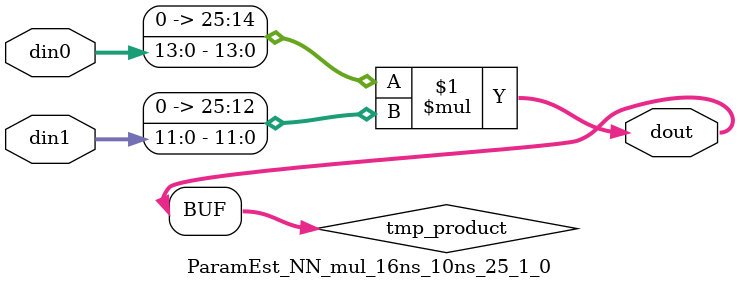
<source format=v>

`timescale 1 ns / 1 ps

  module ParamEst_NN_mul_16ns_10ns_25_1_0(din0, din1, dout);
parameter ID = 1;
parameter NUM_STAGE = 0;
parameter din0_WIDTH = 14;
parameter din1_WIDTH = 12;
parameter dout_WIDTH = 26;

input [din0_WIDTH - 1 : 0] din0; 
input [din1_WIDTH - 1 : 0] din1; 
output [dout_WIDTH - 1 : 0] dout;

wire signed [dout_WIDTH - 1 : 0] tmp_product;










assign tmp_product = $signed({1'b0, din0}) * $signed({1'b0, din1});











assign dout = tmp_product;







endmodule

</source>
